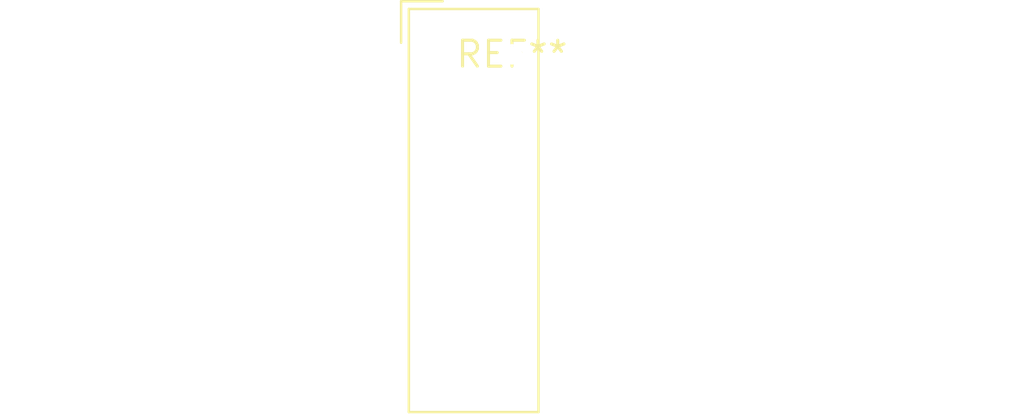
<source format=kicad_pcb>
(kicad_pcb (version 20240108) (generator pcbnew)
  (layers (0 "F.Cu" signal) (31 "B.Cu" signal) (34 "B.Paste" user) (35 "F.Paste" user) (36 "B.SilkS" user "B.Silkscreen") (37 "F.SilkS" user "F.Silkscreen") (38 "B.Mask" user) (39 "F.Mask" user) (44 "Edge.Cuts" user))
  (net 0 "")
  (footprint "Converter_DCDC_TRACO_TMA-05xxD_12xxD_Dual_THT" (layer "F.Cu") (at 0 0)
    (property "Reference" "REF**")
    (property "Value" "Converter_DCDC_TRACO_TMA-05xxD_12xxD_Dual_THT")
    (fp_line (start -5.425 -2.6) (end -3.391667 -2.6) (layer "F.SilkS") (stroke (width 0.12)))
    (fp_line (start -5.425 -0.566667) (end -5.425 -2.6) (layer "F.SilkS") (stroke (width 0.12)))
    (fp_line (start -5.045 -2.22) (end -5.045 17.52) (layer "F.SilkS") (stroke (width 0.12)))
    (fp_line (start -5.045 -2.22) (end 1.295 -2.22) (layer "F.SilkS") (stroke (width 0.12)))
    (fp_line (start -5.045 17.52) (end 1.295 17.52) (layer "F.SilkS") (stroke (width 0.12)))
    (fp_line (start 1.295 -2.22) (end 1.295 17.52) (layer "F.SilkS") (stroke (width 0.12)))
    (pad "1" thru_hole rect (at 0 0) (size 1.5 1.5) (drill 1) (layers *.Cu *.Mask) (remove_unused_layers))
    (pad "2" thru_hole circle (at 0 2.54) (size 1.5 1.5) (drill 1) (layers *.Cu *.Mask) (remove_unused_layers))
    (pad "4" thru_hole circle (at 0 7.62) (size 1.5 1.5) (drill 1) (layers *.Cu *.Mask) (remove_unused_layers))
    (pad "5" thru_hole circle (at 0 10.16) (size 1.5 1.5) (drill 1) (layers *.Cu *.Mask) (remove_unused_layers))
    (pad "6" thru_hole circle (at 0 12.7) (size 1.5 1.5) (drill 1) (layers *.Cu *.Mask) (remove_unused_layers))
  )
)
</source>
